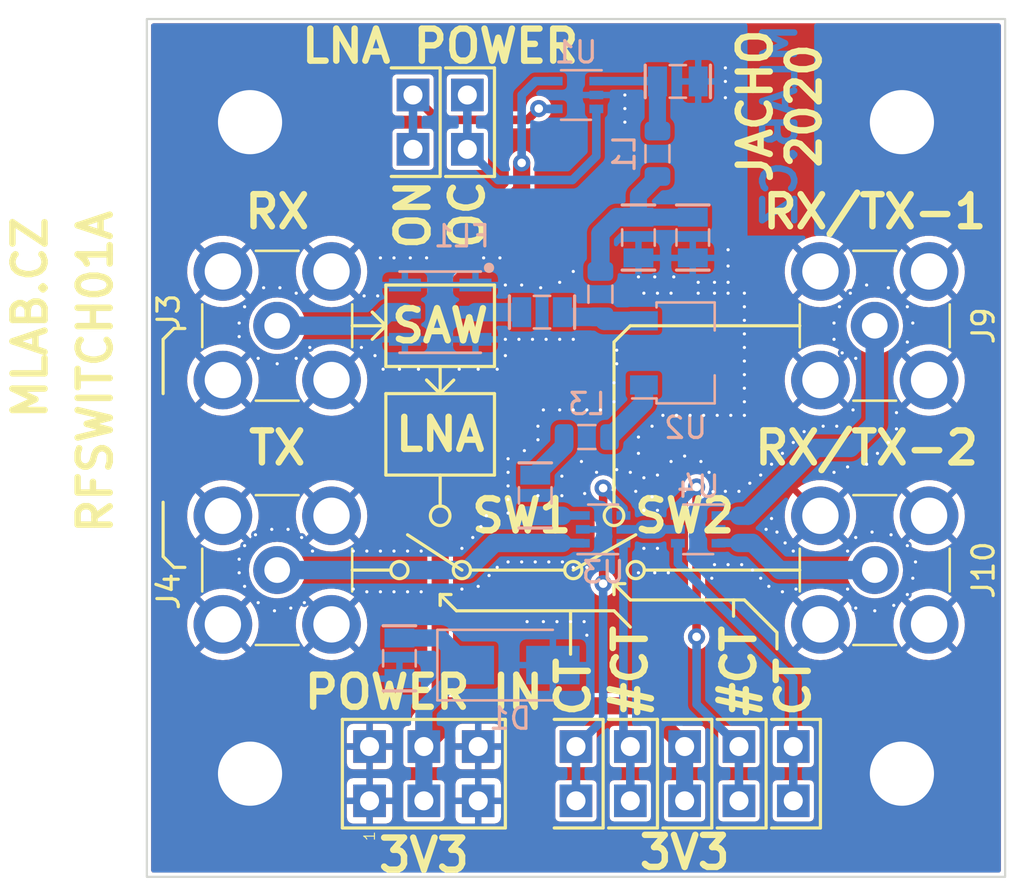
<source format=kicad_pcb>
(kicad_pcb (version 20201002) (generator pcbnew)
  (layers (0 "F.Cu" signal) (31 "B.Cu" signal) (34 "B.Paste" user) (35 "F.Paste" user) (36 "B.SilkS" user "B.Silkscreen") (37 "F.SilkS" user "F.Silkscreen") (38 "B.Mask" user) (39 "F.Mask" user) (44 "Edge.Cuts" user))
  (net 0 "")
  (net 1 "+3V3")
  (net 2 "GND")
  (net 3 "Net-(C2-Pad1)")
  (net 4 "Net-(C3-Pad1)")
  (net 5 "Net-(C5-Pad1)")
  (net 6 "Net-(C5-Pad2)")
  (net 7 "Net-(C6-Pad1)")
  (net 8 "Net-(C6-Pad2)")
  (net 9 "/LNA_ON")
  (net 10 "/RX")
  (net 11 "/TX")
  (net 12 "/SW1_CTRL")
  (net 13 "/SW1_#CTRL")
  (net 14 "/SW2_CTRL")
  (net 15 "/SW2_#CTRL")
  (net 16 "/RX{slash}TX_1")
  (net 17 "/RX{slash}TX_2")
  (net 18 "Net-(J11-Pad1)")
  (net 19 "Net-(L3-Pad1)")
  (net 20 "Net-(U3-Pad5)")
  (module "Mlab_Pin_Headers:Straight_2x01" (layer "F.Cu") (at 20.32 -5.08 90)
    (fp_text reference "J5" hide)
    (fp_text value "HEADER_2x01_PARALLEL" hide)
    (pad "1" thru_hole rect (at -1.27 0 90) (size 1.524 1.524) (drill 0.889) (layers *.Cu *.Mask) (net 12 "/SW1_CTRL"))
    (pad "2" thru_hole rect (at 1.27 0 90) (size 1.524 1.524) (drill 0.889) (layers *.Cu *.Mask) (net 12 "/SW1_CTRL"))
  )
  (module "Mlab_Pin_Headers:Straight_2x01" (layer "F.Cu") (at 27.94 -5.08 90)
    (fp_text reference "J8" hide)
    (fp_text value "HEADER_2x01_PARALLEL" hide)
    (pad "1" thru_hole rect (at -1.27 0 90) (size 1.524 1.524) (drill 0.889) (layers *.Cu *.Mask) (net 15 "/SW2_#CTRL"))
    (pad "2" thru_hole rect (at 1.27 0 90) (size 1.524 1.524) (drill 0.889) (layers *.Cu *.Mask) (net 15 "/SW2_#CTRL"))
  )
  (module "Mlab_Pin_Headers:Straight_2x01" (layer "F.Cu") (at 30.48 -5.08 90)
    (fp_text reference "J7" hide)
    (fp_text value "HEADER_2x01_PARALLEL" hide)
    (pad "1" thru_hole rect (at -1.27 0 90) (size 1.524 1.524) (drill 0.889) (layers *.Cu *.Mask) (net 14 "/SW2_CTRL"))
    (pad "2" thru_hole rect (at 1.27 0 90) (size 1.524 1.524) (drill 0.889) (layers *.Cu *.Mask) (net 14 "/SW2_CTRL"))
  )
  (module "Mlab_Pin_Headers:Straight_2x01" (layer "F.Cu") (at 15.24 -35.56 90)
    (fp_text reference "J11" hide)
    (fp_text value "HEADER_2x01_PARALLEL" hide)
    (pad "1" thru_hole rect (at -1.27 0 90) (size 1.524 1.524) (drill 0.889) (layers *.Cu *.Mask) (net 18 "Net-(J11-Pad1)"))
    (pad "2" thru_hole rect (at 1.27 0 90) (size 1.524 1.524) (drill 0.889) (layers *.Cu *.Mask) (net 18 "Net-(J11-Pad1)"))
  )
  (module "Connector_Coaxial:SMB_Jack_Vertical" (layer "F.Cu") (at 34.29 -14.605)
    (fp_text reference "J10" (at 5.08 0 90) (layer "F.SilkS"))
    (fp_text value "SMA")
    (pad "1" thru_hole circle (at 0 0) (size 2.24 2.24) (drill 1.2) (layers *.Cu *.Mask) (net 17 "/RX{slash}TX_2"))
    (pad "2" thru_hole circle (at 2.54 -2.54) (size 2.74 2.74) (drill 1.7) (layers *.Cu *.Mask) (net 2 "GND"))
    (pad "2" thru_hole circle (at -2.54 2.54) (size 2.74 2.74) (drill 1.7) (layers *.Cu *.Mask) (net 2 "GND"))
    (pad "2" thru_hole circle (at 2.54 2.54) (size 2.74 2.74) (drill 1.7) (layers *.Cu *.Mask) (net 2 "GND"))
    (pad "2" thru_hole circle (at -2.54 -2.54) (size 2.74 2.74) (drill 1.7) (layers *.Cu *.Mask) (net 2 "GND"))
  )
  (module "Mlab_Mechanical:MountingHole_3mm" (layer "F.Cu") (at 5.08 -35.56)
    (fp_text reference "M3" hide)
    (fp_text value "HOLE" hide)
    (pad "1" thru_hole circle (at 0 0) (size 6 6) (drill 3) (layers *.Cu *.Adhes *.Mask) (net 2 "GND") (clearance 1))
  )
  (module "Mlab_Pin_Headers:Straight_2x01" (layer "F.Cu") (at 25.4 -5.08 90)
    (fp_text reference "J12" hide)
    (fp_text value "HEADER_2x01_PARALLEL" hide)
    (pad "1" thru_hole rect (at -1.27 0 90) (size 1.524 1.524) (drill 0.889) (layers *.Cu *.Mask) (net 1 "+3V3"))
    (pad "2" thru_hole rect (at 1.27 0 90) (size 1.524 1.524) (drill 0.889) (layers *.Cu *.Mask) (net 1 "+3V3"))
  )
  (module "Mlab_Pin_Headers:Straight_2x03" (layer "F.Cu") (at 13.208 -5.08 90)
    (fp_text reference "J1" hide)
    (fp_text value "HEADER_2x03_PARALLEL" hide)
    (fp_text user "1" (at -2.921 -2.54 90) (layer "F.SilkS") (effects (font (size 0.5 0.5) (thickness 0.05))))
    (pad "1" thru_hole rect (at -1.27 -2.54 90) (size 1.524 1.524) (drill 0.889) (layers *.Cu *.Mask) (net 2 "GND"))
    (pad "2" thru_hole rect (at 1.27 -2.54 90) (size 1.524 1.524) (drill 0.889) (layers *.Cu *.Mask) (net 2 "GND"))
    (pad "3" thru_hole rect (at -1.27 0 90) (size 1.524 1.524) (drill 0.889) (layers *.Cu *.Mask) (net 1 "+3V3"))
    (pad "4" thru_hole rect (at 1.27 0 90) (size 1.524 1.524) (drill 0.889) (layers *.Cu *.Mask) (net 1 "+3V3"))
    (pad "5" thru_hole rect (at -1.27 2.54 90) (size 1.524 1.524) (drill 0.889) (layers *.Cu *.Mask) (net 2 "GND"))
    (pad "6" thru_hole rect (at 1.27 2.54 90) (size 1.524 1.524) (drill 0.889) (layers *.Cu *.Mask) (net 2 "GND"))
  )
  (module "Mlab_Mechanical:MountingHole_3mm" (layer "F.Cu") (at 35.56 -5.08)
    (fp_text reference "M4" hide)
    (fp_text value "HOLE" hide)
    (pad "1" thru_hole circle (at 0 0) (size 6 6) (drill 3) (layers *.Cu *.Adhes *.Mask) (net 2 "GND") (clearance 1))
  )
  (module "Mlab_Pin_Headers:Straight_2x01" (layer "F.Cu") (at 22.86 -5.08 90)
    (fp_text reference "J6" hide)
    (fp_text value "HEADER_2x01_PARALLEL" hide)
    (pad "1" thru_hole rect (at -1.27 0 90) (size 1.524 1.524) (drill 0.889) (layers *.Cu *.Mask) (net 13 "/SW1_#CTRL"))
    (pad "2" thru_hole rect (at 1.27 0 90) (size 1.524 1.524) (drill 0.889) (layers *.Cu *.Mask) (net 13 "/SW1_#CTRL"))
  )
  (module "Connector_Coaxial:SMB_Jack_Vertical" (layer "F.Cu") (at 6.35 -26.035)
    (fp_text reference "J3" (at -5.08 -0.635 90) (layer "F.SilkS"))
    (fp_text value "SMA")
    (pad "1" thru_hole circle (at 0 0) (size 2.24 2.24) (drill 1.2) (layers *.Cu *.Mask) (net 10 "/RX"))
    (pad "2" thru_hole circle (at -2.54 2.54) (size 2.74 2.74) (drill 1.7) (layers *.Cu *.Mask) (net 2 "GND"))
    (pad "2" thru_hole circle (at 2.54 2.54) (size 2.74 2.74) (drill 1.7) (layers *.Cu *.Mask) (net 2 "GND"))
    (pad "2" thru_hole circle (at -2.54 -2.54) (size 2.74 2.74) (drill 1.7) (layers *.Cu *.Mask) (net 2 "GND"))
    (pad "2" thru_hole circle (at 2.54 -2.54) (size 2.74 2.74) (drill 1.7) (layers *.Cu *.Mask) (net 2 "GND"))
  )
  (module "Mlab_Pin_Headers:Straight_2x01" (layer "F.Cu") (at 12.7 -35.56 90)
    (fp_text reference "J2" hide)
    (fp_text value "HEADER_2x01_PARALLEL" hide)
    (pad "1" thru_hole rect (at -1.27 0 90) (size 1.524 1.524) (drill 0.889) (layers *.Cu *.Mask) (net 9 "/LNA_ON"))
    (pad "2" thru_hole rect (at 1.27 0 90) (size 1.524 1.524) (drill 0.889) (layers *.Cu *.Mask) (net 9 "/LNA_ON"))
  )
  (module "Mlab_Mechanical:MountingHole_3mm" (layer "F.Cu") (at 35.56 -35.56)
    (fp_text reference "M1" hide)
    (fp_text value "HOLE" hide)
    (pad "1" thru_hole circle (at 0 0) (size 6 6) (drill 3) (layers *.Cu *.Adhes *.Mask) (net 2 "GND") (clearance 1))
  )
  (module "Connector_Coaxial:SMB_Jack_Vertical" (layer "F.Cu") (at 34.29 -26.035)
    (fp_text reference "J9" (at 5.08 0 90) (layer "F.SilkS"))
    (fp_text value "SMA")
    (pad "1" thru_hole circle (at 0 0) (size 2.24 2.24) (drill 1.2) (layers *.Cu *.Mask) (net 16 "/RX{slash}TX_1"))
    (pad "2" thru_hole circle (at 2.54 -2.54) (size 2.74 2.74) (drill 1.7) (layers *.Cu *.Mask) (net 2 "GND"))
    (pad "2" thru_hole circle (at 2.54 2.54) (size 2.74 2.74) (drill 1.7) (layers *.Cu *.Mask) (net 2 "GND"))
    (pad "2" thru_hole circle (at -2.54 2.54) (size 2.74 2.74) (drill 1.7) (layers *.Cu *.Mask) (net 2 "GND"))
    (pad "2" thru_hole circle (at -2.54 -2.54) (size 2.74 2.74) (drill 1.7) (layers *.Cu *.Mask) (net 2 "GND"))
  )
  (module "Connector_Coaxial:SMB_Jack_Vertical" (layer "F.Cu") (at 6.35 -14.605)
    (fp_text reference "J4" (at -5.08 1 90) (layer "F.SilkS"))
    (fp_text value "SMA")
    (pad "1" thru_hole circle (at 0 0) (size 2.24 2.24) (drill 1.2) (layers *.Cu *.Mask) (net 11 "/TX"))
    (pad "2" thru_hole circle (at -2.54 -2.54) (size 2.74 2.74) (drill 1.7) (layers *.Cu *.Mask) (net 2 "GND"))
    (pad "2" thru_hole circle (at -2.54 2.54) (size 2.74 2.74) (drill 1.7) (layers *.Cu *.Mask) (net 2 "GND"))
    (pad "2" thru_hole circle (at 2.54 -2.54) (size 2.74 2.74) (drill 1.7) (layers *.Cu *.Mask) (net 2 "GND"))
    (pad "2" thru_hole circle (at 2.54 2.54) (size 2.74 2.74) (drill 1.7) (layers *.Cu *.Mask) (net 2 "GND"))
  )
  (module "Mlab_Mechanical:MountingHole_3mm" (layer "F.Cu") (at 5.08 -5.08)
    (fp_text reference "M2" hide)
    (fp_text value "HOLE" hide)
    (pad "1" thru_hole circle (at 0 0) (size 6 6) (drill 3) (layers *.Cu *.Adhes *.Mask) (net 2 "GND") (clearance 1))
  )
  (module "Diode_SMD:D_SMA" (layer "B.Cu") (at 17.24 -10.16)
    (fp_text reference "D1" (at 0 2.5) (layer "B.SilkS") (effects (justify mirror)))
    (fp_text value "M4" hide)
    (pad "1" smd rect (at -2 0) (size 2.5 1.8) (layers "B.Cu" "B.Paste" "B.Mask") (net 1 "+3V3"))
    (pad "2" smd rect (at 2 0) (size 2.5 1.8) (layers "B.Cu" "B.Paste" "B.Mask") (net 2 "GND"))
  )
  (module "Package_TO_SOT_SMD:SOT-363_SC-70-6" (layer "B.Cu") (at 21.59 -16.51)
    (fp_text reference "U3" (at 0 2) (layer "B.SilkS") (effects (justify mirror)))
    (fp_text value "PE4259" hide)
    (pad "1" smd rect (at -0.95 0.65) (size 0.65 0.4) (layers "B.Cu" "B.Paste" "B.Mask") (net 11 "/TX"))
    (pad "2" smd rect (at -0.95 0) (size 0.65 0.4) (layers "B.Cu" "B.Paste" "B.Mask") (net 2 "GND"))
    (pad "3" smd rect (at -0.95 -0.65) (size 0.65 0.4) (layers "B.Cu" "B.Paste" "B.Mask") (net 8 "Net-(C6-Pad2)"))
    (pad "4" smd rect (at 0.95 -0.65) (size 0.65 0.4) (layers "B.Cu" "B.Paste" "B.Mask") (net 12 "/SW1_CTRL"))
    (pad "5" smd rect (at 0.95 0) (size 0.65 0.4) (layers "B.Cu" "B.Paste" "B.Mask") (net 20 "Net-(U3-Pad5)"))
    (pad "6" smd rect (at 0.95 0.65) (size 0.65 0.4) (layers "B.Cu" "B.Paste" "B.Mask") (net 13 "/SW1_#CTRL"))
  )
  (module "Package_TO_SOT_SMD:SOT-89-3" (layer "B.Cu") (at 25.146 -24.765)
    (fp_text reference "U2" (at 0.3 3.5) (layer "B.SilkS") (effects (justify mirror)))
    (fp_text value "SPF5189Z" hide)
    (pad "1" smd rect (at -1.65 1.5) (size 1.3 0.9) (layers "B.Cu" "B.Paste" "B.Mask") (net 19 "Net-(L3-Pad1)"))
    (pad "2" smd custom (at -1.5625 0) (size 1.475 0.9) (layers "B.Cu" "B.Paste" "B.Mask") (net 2 "GND") (options (clearance outline) (anchor rect)) (primitives (gr_poly (pts (xy 0.7375 0.8665) (xy 3.8625 0.8665) (xy 3.8625 -0.8665) (xy 0.7375 -0.8665)) (width 0))))
    (pad "3" smd rect (at -1.65 -1.5) (size 1.3 0.9) (layers "B.Cu" "B.Paste" "B.Mask") (net 6 "Net-(C5-Pad2)"))
  )
  (module "Mlab_R:SMD-0805" (layer "B.Cu") (at 12.065 -10.4775 -90)
    (fp_text reference "C1")
    (fp_text value "10uF")
    (pad "1" smd rect (at -0.9525 0 270) (size 0.889 1.397) (layers "B.Cu" "B.Paste" "B.Mask") (net 1 "+3V3"))
    (pad "2" smd rect (at 0.9525 0 270) (size 0.889 1.397) (layers "B.Cu" "B.Paste" "B.Mask") (net 2 "GND"))
  )
  (module "Package_TO_SOT_SMD:SOT-353_SC-70-5" (layer "B.Cu") (at 20.32 -36.83 180)
    (fp_text reference "U1" (at 0 2) (layer "B.SilkS") (effects (justify mirror)))
    (fp_text value "TPS22945DCKR" hide)
    (pad "1" smd rect (at -0.95 0.65 180) (size 0.65 0.4) (layers "B.Cu" "B.Paste" "B.Mask") (net 3 "Net-(C2-Pad1)"))
    (pad "2" smd rect (at -0.95 0 180) (size 0.65 0.4) (layers "B.Cu" "B.Paste" "B.Mask") (net 2 "GND"))
    (pad "3" smd rect (at -0.95 -0.65 180) (size 0.65 0.4) (layers "B.Cu" "B.Paste" "B.Mask") (net 18 "Net-(J11-Pad1)"))
    (pad "4" smd rect (at 0.95 -0.65 180) (size 0.65 0.4) (layers "B.Cu" "B.Paste" "B.Mask") (net 9 "/LNA_ON"))
    (pad "5" smd rect (at 0.95 0.65 180) (size 0.65 0.4) (layers "B.Cu" "B.Paste" "B.Mask") (net 1 "+3V3"))
  )
  (module "Mlab_R:SMD-0805" (layer "B.Cu") (at 23.241 -30.1625 -90)
    (fp_text reference "C4")
    (fp_text value "100pF")
    (pad "1" smd rect (at -0.9525 0 270) (size 0.889 1.397) (layers "B.Cu" "B.Paste" "B.Mask") (net 4 "Net-(C3-Pad1)"))
    (pad "2" smd rect (at 0.9525 0 270) (size 0.889 1.397) (layers "B.Cu" "B.Paste" "B.Mask") (net 2 "GND"))
  )
  (module "Inductor_SMD:L_0805_2012Metric" (layer "B.Cu") (at 21.463 -27.5125 -90)
    (fp_text reference "L2" hide)
    (fp_text value "100nH" hide)
    (pad "1" smd roundrect (at -1.0625 0 270) (size 0.875 1.2) (layers "B.Cu" "B.Paste" "B.Mask") (net 4 "Net-(C3-Pad1)"))
    (pad "2" smd roundrect (at 1.0625 0 270) (size 0.875 1.2) (layers "B.Cu" "B.Paste" "B.Mask") (net 6 "Net-(C5-Pad2)"))
  )
  (module "Mlab_R:SMD-0805" (layer "B.Cu") (at 25.0825 -37.465)
    (fp_text reference "C2")
    (fp_text value "100pF")
    (pad "1" smd rect (at -0.9525 0) (size 0.889 1.397) (layers "B.Cu" "B.Paste" "B.Mask") (net 3 "Net-(C2-Pad1)"))
    (pad "2" smd rect (at 0.9525 0) (size 0.889 1.397) (layers "B.Cu" "B.Paste" "B.Mask") (net 2 "GND"))
  )
  (module "Inductor_SMD:L_0805_2012Metric" (layer "B.Cu") (at 24.13 -34.0825 -90)
    (fp_text reference "L1" (at 0 1.55 90) (layer "B.SilkS") (effects (justify mirror)))
    (fp_text value "74279204" hide)
    (pad "1" smd roundrect (at -1.0625 0 270) (size 0.875 1.2) (layers "B.Cu" "B.Paste" "B.Mask") (net 3 "Net-(C2-Pad1)"))
    (pad "2" smd roundrect (at 1.0625 0 270) (size 0.875 1.2) (layers "B.Cu" "B.Paste" "B.Mask") (net 4 "Net-(C3-Pad1)"))
  )
  (module "Mlab_R:SMD-0805" (layer "B.Cu") (at 18.415 -18.0975 -90)
    (fp_text reference "C6")
    (fp_text value "1nF")
    (pad "1" smd rect (at -0.9525 0 270) (size 0.889 1.397) (layers "B.Cu" "B.Paste" "B.Mask") (net 7 "Net-(C6-Pad1)"))
    (pad "2" smd rect (at 0.9525 0 270) (size 0.889 1.397) (layers "B.Cu" "B.Paste" "B.Mask") (net 8 "Net-(C6-Pad2)"))
  )
  (module "MLAB_SAW:ABRACON_AFS" (layer "B.Cu") (at 13.97 -26.67 180)
    (fp_text reference "FL1" (at -1.016 3.556) (layer "B.SilkS") (effects (justify mirror)))
    (fp_text value "SAW_AFS434S3-T_AFS869S3-T" hide)
    (pad "1" smd rect (at -1.65 1.27 180) (size 1.5 0.6) (layers "B.Cu" "B.Paste" "B.Mask") (net 2 "GND"))
    (pad "2" smd rect (at -1.65 0 180) (size 1.5 0.6) (layers "B.Cu" "B.Paste" "B.Mask") (net 5 "Net-(C5-Pad1)"))
    (pad "3" smd rect (at -1.65 -1.27 180) (size 1.5 0.6) (layers "B.Cu" "B.Paste" "B.Mask") (net 2 "GND"))
    (pad "4" smd rect (at 1.65 -1.27 180) (size 1.5 0.6) (layers "B.Cu" "B.Paste" "B.Mask") (net 2 "GND"))
    (pad "5" smd rect (at 1.65 0 180) (size 1.5 0.6) (layers "B.Cu" "B.Paste" "B.Mask") (net 10 "/RX"))
    (pad "6" smd rect (at 1.65 1.27 180) (size 1.5 0.6) (layers "B.Cu" "B.Paste" "B.Mask") (net 2 "GND"))
  )
  (module "Package_TO_SOT_SMD:SOT-363_SC-70-6" (layer "B.Cu") (at 26.035 -16.51 180)
    (fp_text reference "U4" (at 0 2) (layer "B.SilkS") (effects (justify mirror)))
    (fp_text value "PE4259" hide)
    (pad "1" smd rect (at -0.95 0.65 180) (size 0.65 0.4) (layers "B.Cu" "B.Paste" "B.Mask") (net 16 "/RX{slash}TX_1"))
    (pad "2" smd rect (at -0.95 0 180) (size 0.65 0.4) (layers "B.Cu" "B.Paste" "B.Mask") (net 2 "GND"))
    (pad "3" smd rect (at -0.95 -0.65 180) (size 0.65 0.4) (layers "B.Cu" "B.Paste" "B.Mask") (net 17 "/RX{slash}TX_2"))
    (pad "4" smd rect (at 0.95 -0.65 180) (size 0.65 0.4) (layers "B.Cu" "B.Paste" "B.Mask") (net 14 "/SW2_CTRL"))
    (pad "5" smd rect (at 0.95 0 180) (size 0.65 0.4) (layers "B.Cu" "B.Paste" "B.Mask") (net 20 "Net-(U3-Pad5)"))
    (pad "6" smd rect (at 0.95 0.65 180) (size 0.65 0.4) (layers "B.Cu" "B.Paste" "B.Mask") (net 15 "/SW2_#CTRL"))
  )
  (module "Mlab_R:SMD-0805" (layer "B.Cu") (at 25.781 -30.1625 -90)
    (fp_text reference "C3")
    (fp_text value "100nF")
    (pad "1" smd rect (at -0.9525 0 270) (size 0.889 1.397) (layers "B.Cu" "B.Paste" "B.Mask") (net 4 "Net-(C3-Pad1)"))
    (pad "2" smd rect (at 0.9525 0 270) (size 0.889 1.397) (layers "B.Cu" "B.Paste" "B.Mask") (net 2 "GND"))
  )
  (module "Mlab_R:SMD-0805" (layer "B.Cu") (at 18.7325 -26.67)
    (fp_text reference "C5")
    (fp_text value "1nF")
    (pad "1" smd rect (at -0.9525 0) (size 0.889 1.397) (layers "B.Cu" "B.Paste" "B.Mask") (net 5 "Net-(C5-Pad1)"))
    (pad "2" smd rect (at 0.9525 0) (size 0.889 1.397) (layers "B.Cu" "B.Paste" "B.Mask") (net 6 "Net-(C5-Pad2)"))
  )
  (module "Inductor_SMD:L_0805_2012Metric" (layer "B.Cu") (at 20.828 -20.828 180)
    (fp_text reference "L3" (at 0 1.55) (layer "B.SilkS") (effects (justify mirror)))
    (fp_text value "1n5H" hide)
    (pad "1" smd roundrect (at -1.0625 0 180) (size 0.875 1.2) (layers "B.Cu" "B.Paste" "B.Mask") (net 19 "Net-(L3-Pad1)"))
    (pad "2" smd roundrect (at 1.0625 0 180) (size 0.875 1.2) (layers "B.Cu" "B.Paste" "B.Mask") (net 7 "Net-(C6-Pad1)"))
  )
  (gr_line (start 28.702 -12.7) (end 28.956 -12.446) (layer "F.SilkS") (width 0.15))
  (gr_line (start 13.335 -23.495) (end 13.97 -22.86) (layer "F.SilkS") (width 0.15))
  (gr_line (start 9.8552 -14.605) (end 11.663391 -14.605) (layer "F.SilkS") (width 0.15))
  (gr_line (start 15.387609 -14.605) (end 19.791391 -14.605) (layer "F.SilkS") (width 0.15))
  (gr_circle (center 14.986 -14.605) (end 15.113 -14.986) (layer "F.SilkS") (width 0.15))
  (gr_line (start 20.066 -10.668) (end 20.066 -12.7) (layer "F.SilkS") (width 0.15))
  (gr_line (start 9.8552 -26.035) (end 11.43 -26.035) (layer "F.SilkS") (width 0.15))
  (gr_circle (center 22.098 -17.145) (end 22.352 -17.526) (layer "F.SilkS") (width 0.15))
  (gr_line (start 11.43 -19.05) (end 16.51 -19.05) (layer "F.SilkS") (width 0.15))
  (gr_circle (center 20.193 -14.605) (end 20.32 -14.986) (layer "F.SilkS") (width 0.15))
  (gr_line (start 27.686 -12.446) (end 27.686 -13.208) (layer "F.SilkS") (width 0.15))
  (gr_line (start 10.795 -26.67) (end 11.43 -26.035) (layer "F.SilkS") (width 0.15))
  (gr_line (start 14.986 -14.605) (end 12.446 -16.256) (layer "F.SilkS") (width 0.15))
  (gr_line (start 22.86 -11.938) (end 22.098 -12.7) (layer "F.SilkS") (width 0.15))
  (gr_circle (center 13.97 -17.145) (end 14.224 -17.526) (layer "F.SilkS") (width 0.15))
  (gr_line (start 13.97 -24.13) (end 13.97 -22.86) (layer "F.SilkS") (width 0.15))
  (gr_line (start 1.016 -22.86) (end 1.016 -25.4) (layer "F.SilkS") (width 0.15))
  (gr_line (start 11.43 -22.86) (end 11.43 -19.05) (layer "F.SilkS") (width 0.15))
  (gr_line (start 29.718 -11.684) (end 29.718 -10.922) (layer "F.SilkS") (width 0.15))
  (gr_line (start 1.016 -25.4) (end 1.524 -25.908) (layer "F.SilkS") (width 0.15))
  (gr_line (start 22.86 -26.035) (end 22.098 -25.273) (layer "F.SilkS") (width 0.15))
  (gr_line (start 22.098 -25.273) (end 22.098 -24.13) (layer "F.SilkS") (width 0.15))
  (gr_line (start 22.098 -12.7) (end 14.732 -12.7) (layer "F.SilkS") (width 0.15))
  (gr_line (start 13.97 -22.86) (end 14.605 -23.495) (layer "F.SilkS") (width 0.15))
  (gr_line (start 1.016 -17.78) (end 1.016 -15.24) (layer "F.SilkS") (width 0.15))
  (gr_line (start 10.795 -25.4) (end 11.43 -26.035) (layer "F.SilkS") (width 0.15))
  (gr_line (start 29.718 -11.684) (end 28.956 -12.446) (layer "F.SilkS") (width 0.15))
  (gr_circle (center 23.114 -14.605) (end 23.241 -14.986) (layer "F.SilkS") (width 0.15))
  (gr_line (start 13.97 -19.05) (end 13.97 -17.602905) (layer "F.SilkS") (width 0.15))
  (gr_line (start 16.51 -19.05) (end 16.51 -22.86) (layer "F.SilkS") (width 0.15))
  (gr_line (start 13.97 -12.954) (end 13.97 -13.462) (layer "F.SilkS") (width 0.15))
  (gr_line (start 11.43 -26.035) (end 10.795 -26.67) (layer "F.SilkS") (width 0.15))
  (gr_line (start 16.51 -27.94) (end 11.43 -27.94) (layer "F.SilkS") (width 0.15))
  (gr_line (start 1.524 -14.732) (end 2.032 -14.732) (layer "F.SilkS") (width 0.15))
  (gr_line (start 22.606 -13.97) (end 22.098 -13.97) (layer "F.SilkS") (width 0.15))
  (gr_line (start 13.97 -13.462) (end 13.97 -12.954) (layer "F.SilkS") (width 0.15))
  (gr_line (start 26.416 -13.208) (end 28.194 -13.208) (layer "F.SilkS") (width 0.15))
  (gr_line (start 23.114 -16.256) (end 20.193 -14.605) (layer "F.SilkS") (width 0.15))
  (gr_line (start 26.416 -13.208) (end 22.86 -13.208) (layer "F.SilkS") (width 0.15))
  (gr_line (start 1.524 -25.908) (end 2.032 -25.908) (layer "F.SilkS") (width 0.15))
  (gr_line (start 22.86 -13.208) (end 22.098 -13.97) (layer "F.SilkS") (width 0.15))
  (gr_line (start 16.51 -22.86) (end 11.43 -22.86) (layer "F.SilkS") (width 0.15))
  (gr_line (start 16.51 -24.13) (end 16.51 -27.94) (layer "F.SilkS") (width 0.15))
  (gr_line (start 13.97 -22.86) (end 13.335 -23.495) (layer "F.SilkS") (width 0.15))
  (gr_line (start 11.43 -24.13) (end 16.51 -24.13) (layer "F.SilkS") (width 0.15))
  (gr_line (start 11.43 -27.94) (end 11.43 -24.13) (layer "F.SilkS") (width 0.15))
  (gr_line (start 30.7848 -26.035) (end 22.86 -26.035) (layer "F.SilkS") (width 0.15))
  (gr_line (start 1.016 -15.24) (end 1.524 -14.732) (layer "F.SilkS") (width 0.15))
  (gr_line (start 28.702 -12.7) (end 28.194 -13.208) (layer "F.SilkS") (width 0.15))
  (gr_line (start 22.098 -13.97) (end 22.098 -13.462) (layer "F.SilkS") (width 0.15))
  (gr_circle (center 12.065 -14.605) (end 12.192 -14.986) (layer "F.SilkS") (width 0.15))
  (gr_line (start 30.7848 -14.605) (end 23.515609 -14.605) (layer "F.SilkS") (width 0.15))
  (gr_line (start 22.098 -17.602905) (end 22.098 -24.13) (layer "F.SilkS") (width 0.15))
  (gr_line (start 13.97 -13.462) (end 14.478 -13.462) (layer "F.SilkS") (width 0.15))
  (gr_line (start 14.732 -12.7) (end 13.97 -13.462) (layer "F.SilkS") (width 0.15))
  (gr_line (start 22.098 -13.462) (end 22.098 -13.97) (layer "F.SilkS") (width 0.15))
  (gr_rect (start 0.254 -40.386) (end 40.386 -0.254) (layer "Edge.Cuts") (width 0.1))
  (gr_text "MLAB.CZ" (at 29.845 -35.433 90) (layer "B.Cu") (effects (font (size 1.5 1.5) (thickness 0.3)) (justify mirror)))
  (gr_text "RX/TX-1" (at 34.29 -31.369) (layer "F.SilkS") (effects (font (size 1.5 1.5) (thickness 0.3))))
  (gr_text "ON" (at 12.7 -31.242 90) (layer "F.SilkS") (effects (font (size 1.5 1.5) (thickness 0.3))))
  (gr_text "3V3" (at 13.208 -1.27) (layer "F.SilkS") (effects (font (size 1.5 1.5) (thickness 0.3))))
  (gr_text "TX" (at 6.35 -20.32) (layer "F.SilkS") (effects (font (size 1.5 1.5) (thickness 0.3))))
  (gr_text "CT" (at 30.48 -7.62 90) (layer "F.SilkS") (effects (font (size 1.5 1.5) (thickness 0.3)) (justify left)))
  (gr_text "3V3" (at 25.4 -1.397) (layer "F.SilkS") (effects (font (size 1.5 1.5) (thickness 0.3))))
  (gr_text "POWER IN" (at 13.208 -8.89) (layer "F.SilkS") (effects (font (size 1.5 1.5) (thickness 0.3))))
  (gr_text "SW1" (at 17.78 -17.145) (layer "F.SilkS") (effects (font (size 1.5 1.5) (thickness 0.3))))
  (gr_text "#CT" (at 22.86 -7.62 90) (layer "F.SilkS") (effects (font (size 1.5 1.5) (thickness 0.3)) (justify left)))
  (gr_text "2020" (at 30.988 -36.322 90) (layer "F.SilkS") (effects (font (size 1.5 1.5) (thickness 0.3))))
  (gr_text "SAW" (at 13.97 -26.035) (layer "F.SilkS") (effects (font (size 1.5 1.5) (thickness 0.3))))
  (gr_text "OC" (at 15.24 -31.242 90) (layer "F.SilkS") (effects (font (size 1.5 1.5) (thickness 0.3))))
  (gr_text "RFSWITCH01A" (at -2.159 -23.876 90) (layer "F.SilkS") (effects (font (size 1.5 1.5) (thickness 0.3))))
  (gr_text "LNA" (at 13.97 -20.955) (layer "F.SilkS") (effects (font (size 1.5 1.5) (thickness 0.3))))
  (gr_text "JACHO" (at 28.702 -36.322 90) (layer "F.SilkS") (effects (font (size 1.5 1.5) (thickness 0.3))))
  (gr_text "RX" (at 6.35 -31.369) (layer "F.SilkS") (effects (font (size 1.5 1.5) (thickness 0.3))))
  (gr_text "RX/TX-2" (at 33.909 -20.32) (layer "F.SilkS") (effects (font (size 1.5 1.5) (thickness 0.3))))
  (gr_text "CT" (at 20.193 -7.62 90) (layer "F.SilkS") (effects (font (size 1.5 1.5) (thickness 0.3)) (justify left)))
  (gr_text "#CT" (at 27.94 -7.62 90) (layer "F.SilkS") (effects (font (size 1.5 1.5) (thickness 0.3)) (justify left)))
  (gr_text "SW2" (at 25.4 -17.145) (layer "F.SilkS") (effects (font (size 1.5 1.5) (thickness 0.3))))
  (gr_text "MLAB.CZ" (at -5.207 -26.416 90) (layer "F.SilkS") (effects (font (size 1.5 1.5) (thickness 0.3))))
  (gr_text "LNA POWER" (at 13.97 -39.116) (layer "F.SilkS") (effects (font (size 1.5 1.5) (thickness 0.3))))
  (segment (start 15.24 -12.192) (end 17.272 -12.192) (width 0.25) (layer "F.Cu") (net 0))
  (segment (start 13.208 -7.493) (end 13.42701 -7.71201) (width 0.8) (layer "F.Cu") (net 1))
  (segment (start 13.42701 -7.71201) (end 13.97 -8.255) (width 0.8) (layer "F.Cu") (net 1))
  (segment (start 13.97 -8.255) (end 23.495 -8.255) (width 0.8) (layer "F.Cu") (net 1))
  (segment (start 23.495 -8.255) (end 25.4 -6.35) (width 0.8) (layer "F.Cu") (net 1))
  (segment (start 13.97 -7.112) (end 13.97 -28.575) (width 0.8) (layer "F.Cu") (net 1))
  (segment (start 13.208 -6.35) (end 13.208 -7.493) (width 0.8) (layer "F.Cu") (net 1))
  (segment (start 17.78 -33.655) (end 17.78 -32.385) (width 0.8) (layer "F.Cu") (net 1))
  (segment (start 13.208 -6.35) (end 13.97 -7.112) (width 0.8) (layer "F.Cu") (net 1))
  (segment (start 17.78 -32.385) (end 13.97 -28.575) (width 0.8) (layer "F.Cu") (net 1))
  (via (at 17.78 -33.655) (size 0.8) (drill 0.4) (layers "F.Cu" "B.Cu") (net 1))
  (segment (start 17.78 -34.29) (end 17.78 -33.655) (width 0.4) (layer "B.Cu") (net 1))
  (segment (start 13.208 -6.35) (end 13.208 -8.128) (width 0.8) (layer "B.Cu") (net 1))
  (segment (start 13.97 -11.43) (end 15.24 -10.16) (width 0.8) (layer "B.Cu") (net 1))
  (segment (start 25.4 -3.81) (end 25.4 -6.35) (width 0.8) (layer "B.Cu") (net 1))
  (segment (start 19.37 -37.48) (end 18.43 -37.48) (width 0.4) (layer "B.Cu") (net 1))
  (segment (start 13.208 -3.81) (end 13.208 -6.35) (width 0.8) (layer "B.Cu") (net 1))
  (segment (start 17.78 -36.83) (end 18.43 -37.48) (width 0.4) (layer "B.Cu") (net 1))
  (segment (start 13.208 -8.128) (end 15.24 -10.16) (width 0.8) (layer "B.Cu") (net 1))
  (segment (start 12.065 -11.43) (end 13.97 -11.43) (width 0.8) (layer "B.Cu") (net 1))
  (segment (start 17.78 -34.29) (end 17.78 -36.83) (width 0.4) (layer "B.Cu") (net 1))
  (via (at 11.049 -27.432) (size 0.4) (drill 0.15) (layers "F.Cu" "B.Cu") (net 2))
  (via (at 24.384 -21.844) (size 0.4) (drill 0.15) (layers "F.Cu" "B.Cu") (net 2))
  (via (at 22.225 -24.257) (size 0.4) (drill 0.15) (layers "F.Cu" "B.Cu") (net 2))
  (via (at 6.985 -12.827) (size 0.4) (drill 0.15) (layers "F.Cu" "B.Cu") (net 2))
  (via (at 33.401 -16.129) (size 0.4) (drill 0.15) (layers "F.Cu" "B.Cu") (net 2))
  (via (at 10.541 -15.494) (size 0.4) (drill 0.15) (layers "F.Cu" "B.Cu") (net 2))
  (via (at 20.193 -25.4) (size 0.4) (drill 0.15) (layers "F.Cu" "B.Cu") (net 2))
  (via (at 14.859 -24.003) (size 0.4) (drill 0.15) (layers "F.Cu" "B.Cu") (net 2))
  (via (at 35.306 -21.209) (size 0.4) (drill 0.15) (layers "F.Cu" "B.Cu") (net 2))
  (via (at 26.289 -21.844) (size 0.4) (drill 0.15) (layers "F.Cu" "B.Cu") (net 2))
  (via (at 24.003 -28.321) (size 0.4) (drill 0.15) (layers "F.Cu" "B.Cu") (net 2))
  (via (at 35.052 -16.256) (size 0.4) (drill 0.15) (layers "F.Cu" "B.Cu") (net 2))
  (via (at 27.432 -28.067) (size 0.4) (drill 0.15) (layers "F.Cu" "B.Cu") (net 2))
  (via (at 33.02 -19.431) (size 0.4) (drill 0.15) (layers "F.Cu" "B.Cu") (net 2))
  (via (at 28.194 -22.479) (size 0.4) (drill 0.15) (layers "F.Cu" "B.Cu") (net 2))
  (via (at 28.194 -26.289) (size 0.4) (drill 0.15) (layers "F.Cu" "B.Cu") (net 2))
  (via (at 16.637 -14.732) (size 0.4) (drill 0.15) (layers "F.Cu" "B.Cu") (net 2))
  (via (at 36.068 -14.224) (size 0.4) (drill 0.15) (layers "F.Cu" "B.Cu") (net 2))
  (via (at 19.431 -12.192) (size 0.4) (drill 0.15) (layers "F.Cu" "B.Cu") (net 2))
  (via (at 23.495 -18.923) (size 0.4) (drill 0.15) (layers "F.Cu" "B.Cu") (net 2))
  (via (at 33.401 -24.511) (size 0.4) (drill 0.15) (layers "F.Cu" "B.Cu") (net 2))
  (via (at 18.796 -22.098) (size 0.4) (drill 0.15) (layers "F.Cu" "B.Cu") (net 2))
  (via (at 12.446 -13.589) (size 0.4) (drill 0.15) (layers "F.Cu" "B.Cu") (net 2))
  (via (at 33.02 -15.494) (size 0.4) (drill 0.15) (layers "F.Cu" "B.Cu") (net 2))
  (via (at 32.385 -26.162) (size 0.4) (drill 0.15) (layers "F.Cu" "B.Cu") (net 2))
  (via (at 29.337 -13.843) (size 0.4) (drill 0.15) (layers "F.Cu" "B.Cu") (net 2))
  (via (at 6.477 -27.813) (size 0.4) (drill 0.15) (layers "F.Cu" "B.Cu") (net 2))
  (via (at 29.464 -17.018) (size 0.4) (drill 0.15) (layers "F.Cu" "B.Cu") (net 2))
  (via (at 28.448 -18.669) (size 0.4) (drill 0.15) (layers "F.Cu" "B.Cu") (net 2))
  (via (at 12.446 -15.494) (size 0.4) (drill 0.15) (layers "F.Cu" "B.Cu") (net 2))
  (via (at 7.874 -25.019) (size 0.4) (drill 0.15) (layers "F.Cu" "B.Cu") (net 2))
  (via (at 6.223 -12.7) (size 0.4) (drill 0.15) (layers "F.Cu" "B.Cu") (net 2))
  (via (at 9.906 -13.716) (size 0.4) (drill 0.15) (layers "F.Cu" "B.Cu") (net 2))
  (via (at 17.018 -27.94) (size 0.4) (drill 0.15) (layers "F.Cu" "B.Cu") (net 2))
  (via (at 5.461 -13.081) (size 0.4) (drill 0.15) (layers "F.Cu" "B.Cu") (net 2))
  (via (at 24.13 -17.399) (size 0.4) (drill 0.15) (layers "F.Cu" "B.Cu") (net 2))
  (via (at 18.542 -20.701) (size 0.4) (drill 0.15) (layers "F.Cu" "B.Cu") (net 2))
  (via (at 16.764 -29.21) (size 0.4) (drill 0.15) (layers "F.Cu" "B.Cu") (net 2))
  (via (at 20.193 -28.575) (size 0.4) (drill 0.15) (layers "F.Cu" "B.Cu") (net 2))
  (via (at 19.558 -22.098) (size 0.4) (drill 0.15) (layers "F.Cu" "B.Cu") (net 2))
  (via (at 12.065 -24.003) (size 0.4) (drill 0.15) (layers "F.Cu" "B.Cu") (net 2))
  (via (at 20.828 -11.557) (size 0.4) (drill 0.15) (layers "F.Cu" "B.Cu") (net 2))
  (via (at 28.194 -21.844) (size 0.4) (drill 0.15) (layers "F.Cu" "B.Cu") (net 2))
  (via (at 27.94 -18.288) (size 0.4) (drill 0.15) (layers "F.Cu" "B.Cu") (net 2))
  (via (at 17.653 -25.4) (size 0.4) (drill 0.15) (layers "F.Cu" "B.Cu") (net 2))
  (via (at 15.748 -24.003) (size 0.4) (drill 0.15) (layers "F.Cu" "B.Cu") (net 2))
  (via (at 25.019 -21.844) (size 0.4) (drill 0.15) (layers "F.Cu" "B.Cu") (net 2))
  (via (at 18.415 -14.986) (size 0.4) (drill 0.15) (layers "F.Cu" "B.Cu") (net 2))
  (via (at 16.129 -17.145) (size 0.4) (drill 0.15) (layers "F.Cu" "B.Cu") (net 2))
  (via (at 27.305 -37.465) (size 0.4) (drill 0.15) (layers "F.Cu" "B.Cu") (net 2))
  (via (at 17.018 -24.638) (size 0.4) (drill 0.15) (layers "F.Cu" "B.Cu") (net 2))
  (via (at 35.814 -26.924) (size 0.4) (drill 0.15) (layers "F.Cu" "B.Cu") (net 2))
  (via (at 16.256 -14.351) (size 0.4) (drill 0.15) (layers "F.Cu" "B.Cu") (net 2))
  (via (at 22.225 -19.304) (size 0.4) (drill 0.15) (layers "F.Cu" "B.Cu") (net 2))
  (via (at 26.72809 -18.271626) (size 0.4) (drill 0.15) (layers "F.Cu" "B.Cu") (net 2))
  (via (at 23.241 -14.478) (size 0.4) (drill 0.15) (layers "F.Cu" "B.Cu") (net 2))
  (via (at 11.176 -29.21) (size 0.4) (drill 0.15) (layers "F.Cu" "B.Cu") (net 2))
  (via (at 27.305 -18.288) (size 0.4) (drill 0.15) (layers "F.Cu" "B.Cu") (net 2))
  (via (at 28.194 -23.114) (size 0.4) (drill 0.15) (layers "F.Cu" "B.Cu") (net 2))
  (via (at 28.956 -19.05) (size 0.4) (drill 0.15) (layers "F.Cu" "B.Cu") (net 2))
  (via (at 33.909 -19.558) (size 0.4) (drill 0.15) (layers "F.Cu" "B.Cu") (net 2))
  (via (at 24.892 -28.321) (size 0.4) (drill 0.15) (layers "F.Cu" "B.Cu") (net 2))
  (via (at 34.925 -27.813) (size 0.4) (drill 0.15) (layers "F.Cu" "B.Cu") (net 2))
  (via (at 33.02 -13.716) (size 0.4) (drill 0.15) (layers "F.Cu" "B.Cu") (net 2))
  (via (at 27.432 -27.559) (size 0.4) (drill 0.15) (layers "F.Cu" "B.Cu") (net 2))
  (via (at 14.986 -13.716) (size 0.4) (drill 0.15) (layers "F.Cu" "B.Cu") (net 2))
  (via (at 24.13 -27.559) (size 0.4) (drill 0.15) (layers "F.Cu" "B.Cu") (net 2))
  (via (at 13.081 -15.494) (size 0.4) (drill 0.15) (layers "F.Cu" "B.Cu") (net 2))
  (via (at 25.654 -21.844) (size 0.4) (drill 0.15) (layers "F.Cu" "B.Cu") (net 2))
  (via (at 11.303 -24.003) (size 0.4) (drill 0.15) (layers "F.Cu" "B.Cu") (net 2))
  (via (at 9.906 -15.494) (size 0.4) (drill 0.15) (layers "F.Cu" "B.Cu") (net 2))
  (via (at 28.067 -14.859) (size 0.4) (drill 0.15) (layers "F.Cu" "B.Cu") (net 2))
  (via (at 4.826 -15.748) (size 0.4) (drill 0.15) (layers "F.Cu" "B.Cu") (net 2))
  (via (at 19.558 -28.067) (size 0.4) (drill 0.15) (layers "F.Cu" "B.Cu") (net 2))
  (via (at 20.066 -12.192) (size 0.4) (drill 0.15) (layers "F.Cu" "B.Cu") (net 2))
  (via (at 20.193 -14.732) (size 0.4) (drill 0.15) (layers "F.Cu" "B.Cu") (net 2))
  (via (at 36.068 -26.162) (size 0.4) (drill 0.15) (layers "F.Cu" "B.Cu") (net 2))
  (via (at 22.606 -36.195) (size 0.4) (drill 0.15) (layers "F.Cu" "B.Cu") (net 2))
  (via (at 32.385 -19.177) (size 0.4) (drill 0.15) (layers "F.Cu" "B.Cu") (net 2))
  (via (at 29.972 -13.589) (size 0.4) (drill 0.15) (layers "F.Cu" "B.Cu") (net 2))
  (via (at 32.639 -26.924) (size 0.4) (drill 0.15) (layers "F.Cu" "B.Cu") (net 2))
  (via (at 17.145 -17.272) (size 0.4) (drill 0.15) (layers "F.Cu" "B.Cu") (net 2))
  (via (at 17.145 -18.542) (size 0.4) (drill 0.15) (layers "F.Cu" "B.Cu") (net 2))
  (via (at 4.826 -13.843) (size 0.4) (drill 0.15) (layers "F.Cu" "B.Cu") (net 2))
  (via (at 5.715 -27.813) (size 0.4) (drill 0.15) (layers "F.Cu" "B.Cu") (net 2))
  (via (at 17.145 -14.986) (size 0.4) (drill 0.15) (layers "F.Cu" "B.Cu") (net 2))
  (via (at 17.78 -27.94) (size 0.4) (drill 0.15) (layers "F.Cu" "B.Cu") (net 2))
  (via (at 22.606 -36.83) (size 0.4) (drill 0.15) (layers "F.Cu" "B.Cu") (net 2))
  (via (at 35.306 -21.971) (size 0.4) (drill 0.15) (layers "F.Cu" "B.Cu") (net 2))
  (via (at 8.001 -15.494) (size 0.4) (drill 0.15) (layers "F.Cu" "B.Cu") (net 2))
  (via (at 18.542 -21.336) (size 0.4) (drill 0.15) (layers "F.Cu" "B.Cu") (net 2))
  (via (at 23.876 -18.034) (size 0.4) (drill 0.15) (layers "F.Cu" "B.Cu") (net 2))
  (via (at 32.385 -25.4) (size 0.4) (drill 0.15) (layers "F.Cu" "B.Cu") (net 2))
  (via (at 24.13 -15.621) (size 0.4) (drill 0.15) (layers "F.Cu" "B.Cu") (net 2))
  (via (at 28.956 -14.224) (size 0.4) (drill 0.15) (layers "F.Cu" "B.Cu") (net 2))
  (via (at 7.493 -16.129) (size 0.4) (drill 0.15) (layers "F.Cu" "B.Cu") (net 2))
  (via (at 36.195 -14.986) (size 0.4) (drill 0.15) (layers "F.Cu" "B.Cu") (net 2))
  (via (at 30.48 -20.574) (size 0.4) (drill 0.15) (layers "F.Cu" "B.Cu") (net 2))
  (via (at 17.78 -14.986) (size 0.4) (drill 0.15) (layers "F.Cu" "B.Cu") (net 2))
  (via (at 19.6596 -18.9992) (size 0.4) (drill 0.15) (layers "F.Cu" "B.Cu") (net 2))
  (via (at 19.6596 -18.0848) (size 0.4) (drill 0.15) (layers "F.Cu" "B.Cu") (net 2))
  (via (at 23.241 -20.828) (size 0.4) (drill 0.15) (layers "F.Cu" "B.Cu") (net 2))
  (via (at 7.62 -13.081) (size 0.4) (drill 0.15) (layers "F.Cu" "B.Cu") (net 2))
  (via (at 29.464 -19.558) (size 0.4) (drill 0.15) (layers "F.Cu" "B.Cu") (net 2))
  (via (at 24.13 -19.05) (size 0.4) (drill 0.15) (layers "F.Cu" "B.Cu") (net 2))
  (via (at 11.811 -15.494) (size 0.4) (drill 0.15) (layers "F.Cu" "B.Cu") (net 2))
  (via (at 26.924 -21.844) (size 0.4) (drill 0.15) (layers "F.Cu" "B.Cu") (net 2))
  (via (at 10.287 -25.019) (size 0.4) (drill 0.15) (layers "F.Cu" "B.Cu") (net 2))
  (via (at 11.811 -29.21) (size 0.4) (drill 0.15) (layers "F.Cu" "B.Cu") (net 2))
  (via (at 6.858 -16.51) (size 0.4) (drill 0.15) (layers "F.Cu" "B.Cu") (net 2))
  (via (at 28.194 -24.384) (size 0.4) (drill 0.15) (layers "F.Cu" "B.Cu") (net 2))
  (via (at 24.003 -14.478) (size 0.4) (drill 0.15) (layers "F.Cu" "B.Cu") (net 2))
  (via (at 27.432 -28.829) (size 0.4) (drill 0.15) (layers "F.Cu" "B.Cu") (net 2))
  (via (at 24.765 -27.559) (size 0.4) (drill 0.15) (layers "F.Cu" "B.Cu") (net 2))
  (via (at 26.797 -14.859) (size 0.4) (drill 0.15) (layers "F.Cu" "B.Cu") (net 2))
  (via (at 4.572 -26.162) (size 0.4) (drill 0.15) (layers "F.Cu" "B.Cu") (net 2))
  (via (at 30.099 -15.875) (size 0.4) (drill 0.15) (layers "F.Cu" "B.Cu") (net 2))
  (via (at 26.797 -27.559) (size 0.4) (drill 0.15) (layers "F.Cu" "B.Cu") (net 2))
  (via (at 33.909 -27.94) (size 0.4) (drill 0.15) (layers "F.Cu" "B.Cu") (net 2))
  (via (at 11.176 -13.589) (size 0.4) (drill 0.15) (layers "F.Cu" "B.Cu") (net 2))
  (via (at 18.542 -18.0848) (size 0.4) (drill 0.15) (layers "F.Cu" "B.Cu") (net 2))
  (via (at 19.558 -25.4) (size 0.4) (drill 0.15) (layers "F.Cu" "B.Cu") (net 2))
  (via (at 23.876 -21.336) (size 0.4) (drill 0.15) (layers "F.Cu" "B.Cu") (net 2))
  (via (at 24.765 -19.685) (size 0.4) (drill 0.15) (layers "F.Cu" "B.Cu") (net 2))
  (via (at 18.034 -12.192) (size 0.4) (drill 0.15) (layers "F.Cu" "B.Cu") (net 2))
  (via (at 31.877 -21.336) (size 0.4) (drill 0.15) (layers "F.Cu" "B.Cu") (net 2))
  (via (at 12.954 -24.003) (size 0.4) (drill 0.15) (layers "F.Cu" "B.Cu") (net 2))
  (via (at 26.035 -27.559) (size 0.4) (drill 0.15) (layers "F.Cu" "B.Cu") (net 2))
  (via (at 23.495 -27.559) (size 0.4) (drill 0.15) (layers "F.Cu" "B.Cu") (net 2))
  (via (at 27.432 -14.859) (size 0.4) (drill 0.15) (layers "F.Cu" "B.Cu") (net 2))
  (via (at 10.541 -13.589) (size 0.4) (drill 0.15) (layers "F.Cu" "B.Cu") (net 2))
  (via (at 35.814 -25.273) (size 0.4) (drill 0.15) (layers "F.Cu" "B.Cu") (net 2))
  (via (at 20.574 -19.685) (size 0.4) (drill 0.15) (layers "F.Cu" "B.Cu") (net 2))
  (via (at 4.826 -26.924) (size 0.4) (drill 0.15) (layers "F.Cu" "B.Cu") (net 2))
  (via (at 20.701 -12.192) (size 0.4) (drill 0.15) (layers "F.Cu" "B.Cu") (net 2))
  (via (at 26.543 -19.177) (size 0.4) (drill 0.15) (layers "F.Cu" "B.Cu") (net 2))
  (via (at 28.194 -27.559) (size 0.4) (drill 0.15) (layers "F.Cu" "B.Cu") (net 2))
  (via (at 5.334 -16.256) (size 0.4) (drill 0.15) (layers "F.Cu" "B.Cu") (net 2))
  (via (at 32.766 -24.765) (size 0.4) (drill 0.15) (layers "F.Cu" "B.Cu") (net 2))
  (via (at 32.512 -21.336) (size 0.4) (drill 0.15) (layers "F.Cu" "B.Cu") (net 2))
  (via (at 28.575 -14.605) (size 0.4) (drill 0.15) (layers "F.Cu" "B.Cu") (net 2))
  (via (at 11.176 -15.494) (size 0.4) (drill 0.15) (layers "F.Cu" "B.Cu") (net 2))
  (via (at 19.05 -14.986) (size 0.4) (drill 0.15) (layers "F.Cu" "B.Cu") (net 2))
  (via (at 6.35 -24.257) (size 0.4) (drill 0.15) (layers "F.Cu" "B.Cu") (net 2))
  (via (at 35.179 -12.954) (size 0.4) (drill 0.15) (layers "F.Cu" "B.Cu") (net 2))
  (via (at 20.193 -22.098) (size 0.4) (drill 0.15) (layers "F.Cu" "B.Cu") (net 2))
  (via (at 22.225 -24.892) (size 0.4) (drill 0.15) (layers "F.Cu" "B.Cu") (net 2))
  (via (at 17.907 -20.193) (size 0.4) (drill 0.15) (layers "F.Cu" "B.Cu") (net 2))
  (via (at 30.607 -13.716) (size 0.4) (drill 0.15) (layers "F.Cu" "B.Cu") (net 2))
  (via (at 17.145 -19.812) (size 0.4) (drill 0.15) (layers "F.Cu" "B.Cu") (net 2))
  (via (at 34.925 -20.574) (size 0.4) (drill 0.15) (layers "F.Cu" "B.Cu") (net 2))
  (via (at 22.86 -19.177) (size 0.4) (drill 0.15) (layers "F.Cu" "B.Cu") (net 2))
  (via (at 15.494 -16.129) (size 0.4) (drill 0.15) (layers "F.Cu" "B.Cu") (net 2))
  (via (at 23.241 -20.066) (size 0.4) (drill 0.15) (layers "F.Cu" "B.Cu") (net 2))
  (via (at 18.669 -27.813) (size 0.4) (drill 0.15) (layers "F.Cu" "B.Cu") (net 2))
  (via (at 34.163 -16.383) (size 0.4) (drill 0.15) (layers "F.Cu" "B.Cu") (net 2))
  (via (at 13.081 -13.589) (size 0.4) (drill 0.15) (layers "F.Cu" "B.Cu") (net 2))
  (via (at 21.282552 -19.178977) (size 0.4) (drill 0.15) (layers "F.Cu" "B.Cu") (net 2))
  (via (at 17.145 -19.177) (size 0.4) (drill 0.15) (layers "F.Cu" "B.Cu") (net 2))
  (via (at 35.814 -15.748) (size 0.4) (drill 0.15) (layers "F.Cu" "B.Cu") (net 2))
  (via (at 20.828 -14.732) (size 0.4) (drill 0.15) (layers "F.Cu" "B.Cu") (net 2))
  (via (at 22.098 -22.479) (size 0.4) (drill 0.15) (layers "F.Cu" "B.Cu") (net 2))
  (via (at 26.797 -28.067) (size 0.4) (drill 0.15) (layers "F.Cu" "B.Cu") (net 2))
  (via (at 16.637 -24.003) (size 0.4) (drill 0.15) (layers "F.Cu" "B.Cu") (net 2))
  (via (at 4.572 -15.113) (size 0.4) (drill 0.15) (layers "F.Cu" "B.Cu") (net 2))
  (via (at 7.239 -27.559) (size 0.4) (drill 0.15) (layers "F.Cu" "B.Cu") (net 2))
  (via (at 28.194 -26.924) (size 0.4) (drill 0.15) (layers "F.Cu" "B.Cu") (net 2))
  (via (at 26.67 -14.224) (size 0.4) (drill 0.15) (layers "F.Cu" "B.Cu") (net 2))
  (via (at 10.414 -27.432) (size 0.4) (drill 0.15) (layers "F.Cu" "B.Cu") (net 2))
  (via (at 4.572 -14.478) (size 0.4) (drill 0.15) (layers "F.Cu" "B.Cu") (net 2))
  (via (at 33.274 -22.098) (size 0.4) (drill 0.15) (layers "F.Cu" "B.Cu") (net 2))
  (via (at 6.096 -16.51) (size 0.4) (drill 0.15) (layers "F.Cu" "B.Cu") (net 2))
  (via (at 27.305 -38.1) (size 0.4) (drill 0.15) (layers "F.Cu" "B.Cu") (net 2))
  (via (at 34.417 -20.066) (size 0.4) (drill 0.15) (layers "F.Cu" "B.Cu") (net 2))
  (via (at 7.239 -24.511) (size 0.4) (drill 0.15) (layers "F.Cu" "B.Cu") (net 2))
  (via (at 35.814 -13.462) (size 0.4) (drill 0.15) (layers "F.Cu" "B.Cu") (net 2))
  (via (at 30.988 -21.082) (size 0.4) (drill 0.15) (layers "F.Cu" "B.Cu") (net 2))
  (via (at 21.463 -22.098) (size 0.4) (drill 0.15) (layers "F.Cu" "B.Cu") (net 2))
  (via (at 30.48 -15.494) (size 0.4) (drill 0.15) (layers "F.Cu" "B.Cu") (net 2))
  (via (at 18.796 -12.192) (size 0.4) (drill 0.15) (layers "F.Cu" "B.Cu") (net 2))
  (via (at 28.194 -25.654) (size 0.4) (drill 0.15) (layers "F.Cu" "B.Cu") (net 2))
  (via (at 20.7264 -18.1864) (size 0.4) (drill 0.15) (layers "F.Cu" "B.Cu") (net 2))
  (via (at 18.288 -25.4) (size 0.4) (drill 0.15) (layers "F.Cu" "B.Cu") (net 2))
  (via (at 18.923 -25.4) (size 0.4) (drill 0.15) (layers "F.Cu" "B.Cu") (net 2))
  (via (at 27.305 -36.703) (size 0.4) (drill 0.15) (layers "F.Cu" "B.Cu") (net 2))
  (via (at 23.495 -17.399) (size 0.4) (drill 0.15) (layers "F.Cu" "B.Cu") (net 2))
  (via (at 23.241 -28.321) (size 0.4) (drill 0.15) (layers "F.Cu" "B.Cu") (net 2))
  (via (at 16.002 -29.21) (size 0.4) (drill 0.15) (layers "F.Cu" "B.Cu") (net 2))
  (via (at 10.922 -24.638) (size 0.4) (drill 0.15) (layers "F.Cu" "B.Cu") (net 2))
  (via (at 15.748 -13.843) (size 0.4) (drill 0.15) (layers "F.Cu" "B.Cu") (net 2))
  (via (at 22.098 -23.368) (size 0.4) (drill 0.15) (layers "F.Cu" "B.Cu") (net 2))
  (via (at 17.145 -17.907) (size 0.4) (drill 0.15) (layers "F.Cu" "B.Cu") (net 2))
  (via (at 27.432 -29.591) (size 0.4) (drill 0.15) (layers "F.Cu" "B.Cu") (net 2))
  (via (at 19.685 -14.986) (size 0.4) (drill 0.15) (layers "F.Cu" "B.Cu") (net 2))
  (via (at 23.114 -18.288) (size 0.4) (drill 0.15) (layers "F.Cu" "B.Cu") (net 2))
  (via (at 5.461 -24.511) (size 0.4) (drill 0.15) (layers "F.Cu" "B.Cu") (net 2))
  (via (at 14.986 -15.621) (size 0.4) (drill 0.15) (layers "F.Cu" "B.Cu") (net 2))
  (via (at 15.875 -16.637) (size 0.4) (drill 0.15) (layers "F.Cu" "B.Cu") (net 2))
  (via (at 33.401 -12.827) (size 0.4) (drill 0.15) (layers "F.Cu" "B.Cu") (net 2))
  (via (at 12.573 -29.21) (size 0.4) (drill 0.15) (layers "F.Cu" "B.Cu") (net 2))
  (via (at 24.638 -14.478) (size 0.4) (drill 0.15) (layers "F.Cu" "B.Cu") (net 2))
  (via (at 27.559 -21.844) (size 0.4) (drill 0.15) (layers "F.Cu" "B.Cu") (net 2))
  (via (at 28.194 -23.749) (size 0.4) (drill 0.15) (layers "F.Cu" "B.Cu") (net 2))
  (via (at 13.335 -29.21) (size 0.4) (drill 0.15) (layers "F.Cu" "B.Cu") (net 2))
  (via (at 29.718 -16.383) (size 0.4) (drill 0.15) (layers "F.Cu" "B.Cu") (net 2))
  (via (at 29.21 -16.51) (size 0.4) (drill 0.15) (layers "F.Cu" "B.Cu") (net 2))
  (via (at 11.811 -13.589) (size 0.4) (drill 0.15) (layers "F.Cu" "B.Cu") (net 2))
  (via (at 20.828 -22.098) (size 0.4) (drill 0.15) (layers "F.Cu" "B.Cu") (net 2))
  (via (at 28.194 -25.019) (size 0.4) (drill 0.15) (layers "F.Cu" "B.Cu") (net 2))
  (via (at 33.147 -27.559) (size 0.4) (drill 0.15) (layers "F.Cu" "B.Cu") (net 2))
  (via (at 25.4 -19.939) (size 0.4) (drill 0.15) (layers "F.Cu" "B.Cu") (net 2))
  (via (at 4.572 -25.527) (size 0.4) (drill 0.15) (layers "F.Cu" "B.Cu") (net 2))
  (via (at 26.035 -28.067) (size 0.4) (drill 0.15) (layers "F.Cu" "B.Cu") (net 2))
  (via (at 23.495 -15.621) (size 0.4) (drill 0.15) (layers "F.Cu" "B.Cu") (net 2))
  (via (at 22.606 -35.56) (size 0.4) (drill 0.15) (layers "F.Cu" "B.Cu") (net 2))
  (via (at 26.162 -19.685) (size 0.4) (drill 0.15) (layers "F.Cu" "B.Cu") (net 2))
  (via (at 29.972 -20.066) (size 0.4) (drill 0.15) (layers "F.Cu" "B.Cu") (net 2))
  (via (at 34.29 -12.7) (size 0.4) (drill 0.15) (layers "F.Cu" "B.Cu") (net 2))
  (via (at 17.018 -25.4) (size 0.4) (drill 0.15) (layers "F.Cu" "B.Cu") (net 2))
  (segment (start 24.13 -37.465) (end 24.13 -35.145) (width 0.8) (layer "B.Cu") (net 3))
  (segment (start 24.115 -37.48) (end 24.13 -37.465) (width 0.4) (layer "B.Cu") (net 3))
  (segment (start 21.27 -37.48) (end 24.115 -37.48) (width 0.4) (layer "B.Cu") (net 3))
  (segment (start 21.463 -30.353) (end 22.225 -31.115) (width 0.861) (layer "B.Cu") (net 4))
  (segment (start 21.463 -28.575) (end 21.463 -30.353) (width 0.861) (layer "B.Cu") (net 4))
  (segment (start 25.781 -31.115) (end 23.241 -31.115) (width 0.8) (layer "B.Cu") (net 4))
  (segment (start 23.241 -31.115) (end 23.241 -32.131) (width 0.8) (layer "B.Cu") (net 4))
  (segment (start 22.225 -31.115) (end 23.241 -31.115) (width 0.861) (layer "B.Cu") (net 4))
  (segment (start 23.241 -32.131) (end 24.13 -33.02) (width 0.8) (layer "B.Cu") (net 4))
  (segment (start 15.62 -26.67) (end 17.78 -26.67) (width 0.861) (layer "B.Cu") (net 5))
  (segment (start 21.648 -26.265) (end 21.463 -26.45) (width 0.861) (layer "B.Cu") (net 6))
  (segment (start 19.905 -26.45) (end 19.685 -26.67) (width 0.861) (layer "B.Cu") (net 6))
  (segment (start 21.463 -26.45) (end 19.905 -26.45) (width 0.861) (layer "B.Cu") (net 6))
  (segment (start 23.496 -26.265) (end 21.648 -26.265) (width 0.861) (layer "B.Cu") (net 6))
  (segment (start 19.7655 -20.4005) (end 18.83625 -19.47125) (width 0.861) (layer "B.Cu") (net 7))
  (segment (start 19.7655 -20.828) (end 19.7655 -20.4005) (width 0.861) (layer "B.Cu") (net 7))
  (segment (start 18.415 -19.05) (end 18.83625 -19.47125) (width 0.861) (layer "B.Cu") (net 7))
  (segment (start 18.43 -17.16) (end 18.415 -17.145) (width 0.4) (layer "B.Cu") (net 8))
  (segment (start 18.415 -17.145) (end 19.685 -17.145) (width 0.861) (layer "B.Cu") (net 8))
  (segment (start 20.64 -17.16) (end 18.43 -17.16) (width 0.4) (layer "B.Cu") (net 8))
  (segment (start 18.05299 -35.66799) (end 13.86201 -35.66799) (width 0.4) (layer "F.Cu") (net 9))
  (segment (start 18.58 -36.195) (end 18.05299 -35.66799) (width 0.4) (layer "F.Cu") (net 9))
  (segment (start 13.86201 -35.66799) (end 12.7 -36.83) (width 0.4) (layer "F.Cu") (net 9))
  (via (at 18.58 -36.195) (size 0.8) (drill 0.4) (layers "F.Cu" "B.Cu") (net 9))
  (segment (start 18.595 -36.18) (end 18.58 -36.195) (width 0.4) (layer "B.Cu") (net 9))
  (segment (start 19.37 -36.18) (end 18.595 -36.18) (width 0.4) (layer "B.Cu") (net 9))
  (segment (start 12.7 -36.83) (end 12.7 -34.29) (width 0.4) (layer "B.Cu") (net 9))
  (segment (start 11.516142 -26.67) (end 12.32 -26.67) (width 0.861) (layer "B.Cu") (net 10))
  (segment (start 10.16 -26.035) (end 10.881142 -26.035) (width 0.861) (layer "B.Cu") (net 10))
  (segment (start 6.35 -26.035) (end 10.16 -26.035) (width 0.861) (layer "B.Cu") (net 10))
  (segment (start 10.881142 -26.035) (end 11.516142 -26.67) (width 0.861) (layer "B.Cu") (net 10))
  (segment (start 16.495 -15.86) (end 16.1925 -15.5575) (width 0.4) (layer "B.Cu") (net 11))
  (segment (start 16.1925 -15.5575) (end 16.51 -15.875) (width 0.861) (layer "B.Cu") (net 11))
  (segment (start 6.35 -14.605) (end 15.24 -14.605) (width 0.861) (layer "B.Cu") (net 11))
  (segment (start 20.625 -15.875) (end 19.685 -15.875) (width 0.4) (layer "B.Cu") (net 11))
  (segment (start 16.51 -15.875) (end 19.685 -15.875) (width 0.861) (layer "B.Cu") (net 11))
  (segment (start 20.64 -15.86) (end 16.495 -15.86) (width 0.4) (layer "B.Cu") (net 11))
  (segment (start 20.64 -15.86) (end 20.625 -15.875) (width 0.4) (layer "B.Cu") (net 11))
  (segment (start 15.24 -14.605) (end 16.1925 -15.5575) (width 0.861) (layer "B.Cu") (net 11))
  (segment (start 21.59 -13.97) (end 21.59 -18.4404) (width 0.4) (layer "F.Cu") (net 12))
  (via (at 21.59 -18.4404) (size 0.8) (drill 0.4) (layers "F.Cu" "B.Cu") (net 12))
  (via (at 21.59 -13.97) (size 0.8) (drill 0.4) (layers "F.Cu" "B.Cu") (net 12))
  (segment (start 21.59 -7.62) (end 21.59 -13.97) (width 0.4) (layer "B.Cu") (net 12))
  (segment (start 22.54 -17.16) (end 22.54 -17.4904) (width 0.4) (layer "B.Cu") (net 12))
  (segment (start 20.32 -6.35) (end 21.59 -7.62) (width 0.4) (layer "B.Cu") (net 12))
  (segment (start 20.32 -3.81) (end 20.32 -6.35) (width 0.4) (layer "B.Cu") (net 12))
  (segment (start 22.54 -17.4904) (end 21.59 -18.4404) (width 0.4) (layer "B.Cu") (net 12))
  (segment (start 22.54 -15.86) (end 22.54 -6.67) (width 0.4) (layer "B.Cu") (net 13))
  (segment (start 22.54 -6.67) (end 22.86 -6.35) (width 0.4) (layer "B.Cu") (net 13))
  (segment (start 22.86 -3.81) (end 22.86 -6.35) (width 0.4) (layer "B.Cu") (net 13))
  (segment (start 30.48 -3.81) (end 30.48 -6.35) (width 0.4) (layer "B.Cu") (net 14))
  (segment (start 30.48 -9.525) (end 30.48 -6.35) (width 0.4) (layer "B.Cu") (net 14))
  (segment (start 25.085 -14.92) (end 30.48 -9.525) (width 0.4) (layer "B.Cu") (net 14))
  (segment (start 25.085 -15.86) (end 25.085 -14.92) (width 0.4) (layer "B.Cu") (net 14))
  (segment (start 25.9588 -18.4912) (end 25.9588 -17.925515) (width 0.4) (layer "F.Cu") (net 15))
  (segment (start 25.9588 -17.925515) (end 25.9588 -11.4808) (width 0.4) (layer "F.Cu") (net 15))
  (via (at 25.9588 -11.4808) (size 0.8) (drill 0.4) (layers "F.Cu" "B.Cu") (net 15))
  (via (at 25.9588 -18.4912) (size 0.8) (drill 0.4) (layers "F.Cu" "B.Cu") (net 15))
  (segment (start 27.94 -6.35) (end 25.9588 -8.3312) (width 0.4) (layer "B.Cu") (net 15))
  (segment (start 25.9588 -8.3312) (end 25.9588 -11.4808) (width 0.4) (layer "B.Cu") (net 15))
  (segment (start 25.085 -17.16) (end 25.085 -17.6174) (width 0.4) (layer "B.Cu") (net 15))
  (segment (start 27.94 -3.81) (end 27.94 -6.35) (width 0.4) (layer "B.Cu") (net 15))
  (segment (start 25.085 -17.6174) (end 25.9588 -18.4912) (width 0.4) (layer "B.Cu") (net 15))
  (segment (start 28.360742 -17.145) (end 27.94 -17.145) (width 0.861) (layer "B.Cu") (net 16))
  (segment (start 28.360742 -17.145) (end 31.535742 -20.32) (width 0.861) (layer "B.Cu") (net 16))
  (segment (start 34.29 -21.463) (end 34.29 -23.074258) (width 0.861) (layer "B.Cu") (net 16))
  (segment (start 33.147 -20.32) (end 34.29 -21.463) (width 0.861) (layer "B.Cu") (net 16))
  (segment (start 27 -17.145) (end 27.94 -17.145) (width 0.4) (layer "B.Cu") (net 16))
  (segment (start 34.29 -26.035) (end 34.29 -23.074258) (width 0.861) (layer "B.Cu") (net 16))
  (segment (start 31.535742 -20.32) (end 33.147 -20.32) (width 0.861) (layer "B.Cu") (net 16))
  (segment (start 27 -15.875) (end 28.575 -15.875) (width 0.4) (layer "B.Cu") (net 17))
  (segment (start 26.985 -15.86) (end 27 -15.875) (width 0.4) (layer "B.Cu") (net 17))
  (segment (start 28.575 -15.875) (end 27.94 -15.875) (width 0.861) (layer "B.Cu") (net 17))
  (segment (start 34.29 -14.605) (end 29.845 -14.605) (width 0.861) (layer "B.Cu") (net 17))
  (segment (start 29.845 -14.605) (end 28.575 -15.875) (width 0.861) (layer "B.Cu") (net 17))
  (segment (start 21.27 -33.97) (end 21.27 -36.18) (width 0.4) (layer "B.Cu") (net 18))
  (segment (start 16.675001 -32.854999) (end 20.154999 -32.854999) (width 0.4) (layer "B.Cu") (net 18))
  (segment (start 15.24 -34.29) (end 16.675001 -32.854999) (width 0.4) (layer "B.Cu") (net 18))
  (segment (start 20.154999 -32.854999) (end 21.27 -33.97) (width 0.4) (layer "B.Cu") (net 18))
  (segment (start 15.24 -36.83) (end 15.24 -34.29) (width 0.4) (layer "B.Cu") (net 18))
  (segment (start 23.496 -23.265) (end 23.496 -22.4335) (width 0.861) (layer "B.Cu") (net 19))
  (segment (start 23.496 -22.4335) (end 21.8905 -20.828) (width 0.861) (layer "B.Cu") (net 19))
  (segment (start 24.13 -16.51) (end 25.085 -16.51) (width 0.4) (layer "B.Cu") (net 20))
  (segment (start 23.495 -16.51) (end 24.13 -16.51) (width 0.861) (layer "B.Cu") (net 20))
  (segment (start 22.54 -16.51) (end 24.13 -16.51) (width 0.4) (layer "B.Cu") (net 20))
  (zone (net 2) (net_name "GND") (layers F&B.Cu) (connect_pads (clearance 0.2)) (min_thickness 0.2) (fill yes (thermal_gap 0.3) (thermal_bridge_width 0.3))
    (polygon (pts (xy 41.275 0.635) (xy -0.635 0.635) (xy -1.905 -41.275) (xy 41.275 -41.275)))
  )
)
</source>
